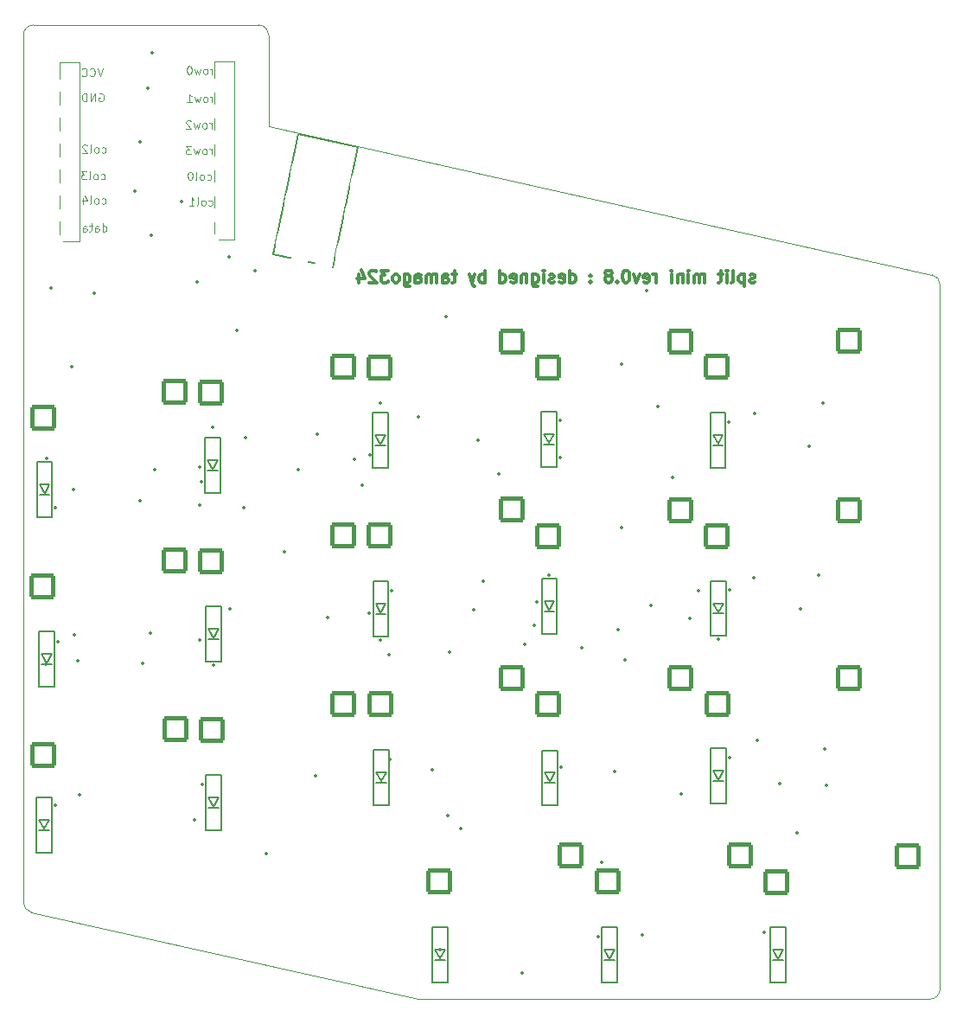
<source format=gbo>
%TF.GenerationSoftware,KiCad,Pcbnew,(6.0.6)*%
%TF.CreationDate,2022-11-27T23:56:06+09:00*%
%TF.ProjectId,split-mini,73706c69-742d-46d6-996e-692e6b696361,rev?*%
%TF.SameCoordinates,Original*%
%TF.FileFunction,Legend,Bot*%
%TF.FilePolarity,Positive*%
%FSLAX46Y46*%
G04 Gerber Fmt 4.6, Leading zero omitted, Abs format (unit mm)*
G04 Created by KiCad (PCBNEW (6.0.6)) date 2022-11-27 23:56:06*
%MOMM*%
%LPD*%
G01*
G04 APERTURE LIST*
G04 Aperture macros list*
%AMRoundRect*
0 Rectangle with rounded corners*
0 $1 Rounding radius*
0 $2 $3 $4 $5 $6 $7 $8 $9 X,Y pos of 4 corners*
0 Add a 4 corners polygon primitive as box body*
4,1,4,$2,$3,$4,$5,$6,$7,$8,$9,$2,$3,0*
0 Add four circle primitives for the rounded corners*
1,1,$1+$1,$2,$3*
1,1,$1+$1,$4,$5*
1,1,$1+$1,$6,$7*
1,1,$1+$1,$8,$9*
0 Add four rect primitives between the rounded corners*
20,1,$1+$1,$2,$3,$4,$5,0*
20,1,$1+$1,$4,$5,$6,$7,0*
20,1,$1+$1,$6,$7,$8,$9,0*
20,1,$1+$1,$8,$9,$2,$3,0*%
%AMHorizOval*
0 Thick line with rounded ends*
0 $1 width*
0 $2 $3 position (X,Y) of the first rounded end (center of the circle)*
0 $4 $5 position (X,Y) of the second rounded end (center of the circle)*
0 Add line between two ends*
20,1,$1,$2,$3,$4,$5,0*
0 Add two circle primitives to create the rounded ends*
1,1,$1,$2,$3*
1,1,$1,$4,$5*%
G04 Aperture macros list end*
%TA.AperFunction,Profile*%
%ADD10C,0.100000*%
%TD*%
%ADD11C,0.300000*%
%ADD12C,0.100000*%
%ADD13C,0.150000*%
%ADD14C,0.120000*%
%ADD15C,1.600000*%
%ADD16C,0.350000*%
%ADD17HorizOval,1.000000X-0.051978X-0.244537X0.051978X0.244537X0*%
%ADD18R,0.950000X1.300000*%
%ADD19C,1.701800*%
%ADD20C,3.987800*%
%ADD21C,3.000000*%
%ADD22RoundRect,0.200000X-1.075000X-1.050000X1.075000X-1.050000X1.075000X1.050000X-1.075000X1.050000X0*%
%ADD23C,5.000000*%
%ADD24C,1.200000*%
%ADD25HorizOval,1.700000X-0.083165X-0.391259X0.083165X0.391259X0*%
G04 APERTURE END LIST*
D10*
X113700000Y-47980000D02*
X48706692Y-33440758D01*
X114481692Y-117888869D02*
X114481692Y-48955880D01*
X25706692Y-23513892D02*
G75*
G03*
X24706692Y-24513869I8J-1000008D01*
G01*
X113481692Y-118888892D02*
G75*
G03*
X114481692Y-117888869I8J999992D01*
G01*
X114481737Y-48955880D02*
G75*
G03*
X113700000Y-47980000I-1000137J-120D01*
G01*
X63592178Y-118888869D02*
X113481692Y-118888869D01*
X25488384Y-110389626D02*
X63373870Y-118864748D01*
X63373868Y-118864755D02*
G75*
G03*
X63592178Y-118888869I218232J975455D01*
G01*
X24706692Y-24513869D02*
X24706692Y-109413746D01*
X24706653Y-109413746D02*
G75*
G03*
X25488384Y-110389626I1000047J46D01*
G01*
X47706692Y-23513869D02*
X25706692Y-23513869D01*
X48706731Y-24513869D02*
G75*
G03*
X47706692Y-23513869I-1000031J-31D01*
G01*
X48706692Y-24513869D02*
X48706692Y-33440758D01*
D11*
X96347142Y-48685714D02*
X96232857Y-48742857D01*
X96004285Y-48742857D01*
X95890000Y-48685714D01*
X95832857Y-48571428D01*
X95832857Y-48514285D01*
X95890000Y-48400000D01*
X96004285Y-48342857D01*
X96175714Y-48342857D01*
X96290000Y-48285714D01*
X96347142Y-48171428D01*
X96347142Y-48114285D01*
X96290000Y-48000000D01*
X96175714Y-47942857D01*
X96004285Y-47942857D01*
X95890000Y-48000000D01*
X95318571Y-47942857D02*
X95318571Y-49142857D01*
X95318571Y-48000000D02*
X95204285Y-47942857D01*
X94975714Y-47942857D01*
X94861428Y-48000000D01*
X94804285Y-48057142D01*
X94747142Y-48171428D01*
X94747142Y-48514285D01*
X94804285Y-48628571D01*
X94861428Y-48685714D01*
X94975714Y-48742857D01*
X95204285Y-48742857D01*
X95318571Y-48685714D01*
X94061428Y-48742857D02*
X94175714Y-48685714D01*
X94232857Y-48571428D01*
X94232857Y-47542857D01*
X93604285Y-48742857D02*
X93604285Y-47942857D01*
X93604285Y-47542857D02*
X93661428Y-47600000D01*
X93604285Y-47657142D01*
X93547142Y-47600000D01*
X93604285Y-47542857D01*
X93604285Y-47657142D01*
X93204285Y-47942857D02*
X92747142Y-47942857D01*
X93032857Y-47542857D02*
X93032857Y-48571428D01*
X92975714Y-48685714D01*
X92861428Y-48742857D01*
X92747142Y-48742857D01*
X91432857Y-48742857D02*
X91432857Y-47942857D01*
X91432857Y-48057142D02*
X91375714Y-48000000D01*
X91261428Y-47942857D01*
X91090000Y-47942857D01*
X90975714Y-48000000D01*
X90918571Y-48114285D01*
X90918571Y-48742857D01*
X90918571Y-48114285D02*
X90861428Y-48000000D01*
X90747142Y-47942857D01*
X90575714Y-47942857D01*
X90461428Y-48000000D01*
X90404285Y-48114285D01*
X90404285Y-48742857D01*
X89832857Y-48742857D02*
X89832857Y-47942857D01*
X89832857Y-47542857D02*
X89890000Y-47600000D01*
X89832857Y-47657142D01*
X89775714Y-47600000D01*
X89832857Y-47542857D01*
X89832857Y-47657142D01*
X89261428Y-47942857D02*
X89261428Y-48742857D01*
X89261428Y-48057142D02*
X89204285Y-48000000D01*
X89090000Y-47942857D01*
X88918571Y-47942857D01*
X88804285Y-48000000D01*
X88747142Y-48114285D01*
X88747142Y-48742857D01*
X88175714Y-48742857D02*
X88175714Y-47942857D01*
X88175714Y-47542857D02*
X88232857Y-47600000D01*
X88175714Y-47657142D01*
X88118571Y-47600000D01*
X88175714Y-47542857D01*
X88175714Y-47657142D01*
X86690000Y-48742857D02*
X86690000Y-47942857D01*
X86690000Y-48171428D02*
X86632857Y-48057142D01*
X86575714Y-48000000D01*
X86461428Y-47942857D01*
X86347142Y-47942857D01*
X85490000Y-48685714D02*
X85604285Y-48742857D01*
X85832857Y-48742857D01*
X85947142Y-48685714D01*
X86004285Y-48571428D01*
X86004285Y-48114285D01*
X85947142Y-48000000D01*
X85832857Y-47942857D01*
X85604285Y-47942857D01*
X85490000Y-48000000D01*
X85432857Y-48114285D01*
X85432857Y-48228571D01*
X86004285Y-48342857D01*
X85032857Y-47942857D02*
X84747142Y-48742857D01*
X84461428Y-47942857D01*
X83775714Y-47542857D02*
X83661428Y-47542857D01*
X83547142Y-47600000D01*
X83490000Y-47657142D01*
X83432857Y-47771428D01*
X83375714Y-48000000D01*
X83375714Y-48285714D01*
X83432857Y-48514285D01*
X83490000Y-48628571D01*
X83547142Y-48685714D01*
X83661428Y-48742857D01*
X83775714Y-48742857D01*
X83890000Y-48685714D01*
X83947142Y-48628571D01*
X84004285Y-48514285D01*
X84061428Y-48285714D01*
X84061428Y-48000000D01*
X84004285Y-47771428D01*
X83947142Y-47657142D01*
X83890000Y-47600000D01*
X83775714Y-47542857D01*
X82861428Y-48628571D02*
X82804285Y-48685714D01*
X82861428Y-48742857D01*
X82918571Y-48685714D01*
X82861428Y-48628571D01*
X82861428Y-48742857D01*
X82118571Y-48057142D02*
X82232857Y-48000000D01*
X82290000Y-47942857D01*
X82347142Y-47828571D01*
X82347142Y-47771428D01*
X82290000Y-47657142D01*
X82232857Y-47600000D01*
X82118571Y-47542857D01*
X81890000Y-47542857D01*
X81775714Y-47600000D01*
X81718571Y-47657142D01*
X81661428Y-47771428D01*
X81661428Y-47828571D01*
X81718571Y-47942857D01*
X81775714Y-48000000D01*
X81890000Y-48057142D01*
X82118571Y-48057142D01*
X82232857Y-48114285D01*
X82290000Y-48171428D01*
X82347142Y-48285714D01*
X82347142Y-48514285D01*
X82290000Y-48628571D01*
X82232857Y-48685714D01*
X82118571Y-48742857D01*
X81890000Y-48742857D01*
X81775714Y-48685714D01*
X81718571Y-48628571D01*
X81661428Y-48514285D01*
X81661428Y-48285714D01*
X81718571Y-48171428D01*
X81775714Y-48114285D01*
X81890000Y-48057142D01*
X80232857Y-48628571D02*
X80175714Y-48685714D01*
X80232857Y-48742857D01*
X80290000Y-48685714D01*
X80232857Y-48628571D01*
X80232857Y-48742857D01*
X80232857Y-48000000D02*
X80175714Y-48057142D01*
X80232857Y-48114285D01*
X80290000Y-48057142D01*
X80232857Y-48000000D01*
X80232857Y-48114285D01*
X78232857Y-48742857D02*
X78232857Y-47542857D01*
X78232857Y-48685714D02*
X78347142Y-48742857D01*
X78575714Y-48742857D01*
X78690000Y-48685714D01*
X78747142Y-48628571D01*
X78804285Y-48514285D01*
X78804285Y-48171428D01*
X78747142Y-48057142D01*
X78690000Y-48000000D01*
X78575714Y-47942857D01*
X78347142Y-47942857D01*
X78232857Y-48000000D01*
X77204285Y-48685714D02*
X77318571Y-48742857D01*
X77547142Y-48742857D01*
X77661428Y-48685714D01*
X77718571Y-48571428D01*
X77718571Y-48114285D01*
X77661428Y-48000000D01*
X77547142Y-47942857D01*
X77318571Y-47942857D01*
X77204285Y-48000000D01*
X77147142Y-48114285D01*
X77147142Y-48228571D01*
X77718571Y-48342857D01*
X76690000Y-48685714D02*
X76575714Y-48742857D01*
X76347142Y-48742857D01*
X76232857Y-48685714D01*
X76175714Y-48571428D01*
X76175714Y-48514285D01*
X76232857Y-48400000D01*
X76347142Y-48342857D01*
X76518571Y-48342857D01*
X76632857Y-48285714D01*
X76690000Y-48171428D01*
X76690000Y-48114285D01*
X76632857Y-48000000D01*
X76518571Y-47942857D01*
X76347142Y-47942857D01*
X76232857Y-48000000D01*
X75661428Y-48742857D02*
X75661428Y-47942857D01*
X75661428Y-47542857D02*
X75718571Y-47600000D01*
X75661428Y-47657142D01*
X75604285Y-47600000D01*
X75661428Y-47542857D01*
X75661428Y-47657142D01*
X74575714Y-47942857D02*
X74575714Y-48914285D01*
X74632857Y-49028571D01*
X74690000Y-49085714D01*
X74804285Y-49142857D01*
X74975714Y-49142857D01*
X75090000Y-49085714D01*
X74575714Y-48685714D02*
X74690000Y-48742857D01*
X74918571Y-48742857D01*
X75032857Y-48685714D01*
X75090000Y-48628571D01*
X75147142Y-48514285D01*
X75147142Y-48171428D01*
X75090000Y-48057142D01*
X75032857Y-48000000D01*
X74918571Y-47942857D01*
X74690000Y-47942857D01*
X74575714Y-48000000D01*
X74004285Y-47942857D02*
X74004285Y-48742857D01*
X74004285Y-48057142D02*
X73947142Y-48000000D01*
X73832857Y-47942857D01*
X73661428Y-47942857D01*
X73547142Y-48000000D01*
X73490000Y-48114285D01*
X73490000Y-48742857D01*
X72461428Y-48685714D02*
X72575714Y-48742857D01*
X72804285Y-48742857D01*
X72918571Y-48685714D01*
X72975714Y-48571428D01*
X72975714Y-48114285D01*
X72918571Y-48000000D01*
X72804285Y-47942857D01*
X72575714Y-47942857D01*
X72461428Y-48000000D01*
X72404285Y-48114285D01*
X72404285Y-48228571D01*
X72975714Y-48342857D01*
X71375714Y-48742857D02*
X71375714Y-47542857D01*
X71375714Y-48685714D02*
X71490000Y-48742857D01*
X71718571Y-48742857D01*
X71832857Y-48685714D01*
X71890000Y-48628571D01*
X71947142Y-48514285D01*
X71947142Y-48171428D01*
X71890000Y-48057142D01*
X71832857Y-48000000D01*
X71718571Y-47942857D01*
X71490000Y-47942857D01*
X71375714Y-48000000D01*
X69890000Y-48742857D02*
X69890000Y-47542857D01*
X69890000Y-48000000D02*
X69775714Y-47942857D01*
X69547142Y-47942857D01*
X69432857Y-48000000D01*
X69375714Y-48057142D01*
X69318571Y-48171428D01*
X69318571Y-48514285D01*
X69375714Y-48628571D01*
X69432857Y-48685714D01*
X69547142Y-48742857D01*
X69775714Y-48742857D01*
X69890000Y-48685714D01*
X68918571Y-47942857D02*
X68632857Y-48742857D01*
X68347142Y-47942857D02*
X68632857Y-48742857D01*
X68747142Y-49028571D01*
X68804285Y-49085714D01*
X68918571Y-49142857D01*
X67147142Y-47942857D02*
X66690000Y-47942857D01*
X66975714Y-47542857D02*
X66975714Y-48571428D01*
X66918571Y-48685714D01*
X66804285Y-48742857D01*
X66690000Y-48742857D01*
X65775714Y-48742857D02*
X65775714Y-48114285D01*
X65832857Y-48000000D01*
X65947142Y-47942857D01*
X66175714Y-47942857D01*
X66290000Y-48000000D01*
X65775714Y-48685714D02*
X65890000Y-48742857D01*
X66175714Y-48742857D01*
X66290000Y-48685714D01*
X66347142Y-48571428D01*
X66347142Y-48457142D01*
X66290000Y-48342857D01*
X66175714Y-48285714D01*
X65890000Y-48285714D01*
X65775714Y-48228571D01*
X65204285Y-48742857D02*
X65204285Y-47942857D01*
X65204285Y-48057142D02*
X65147142Y-48000000D01*
X65032857Y-47942857D01*
X64861428Y-47942857D01*
X64747142Y-48000000D01*
X64690000Y-48114285D01*
X64690000Y-48742857D01*
X64690000Y-48114285D02*
X64632857Y-48000000D01*
X64518571Y-47942857D01*
X64347142Y-47942857D01*
X64232857Y-48000000D01*
X64175714Y-48114285D01*
X64175714Y-48742857D01*
X63090000Y-48742857D02*
X63090000Y-48114285D01*
X63147142Y-48000000D01*
X63261428Y-47942857D01*
X63490000Y-47942857D01*
X63604285Y-48000000D01*
X63090000Y-48685714D02*
X63204285Y-48742857D01*
X63490000Y-48742857D01*
X63604285Y-48685714D01*
X63661428Y-48571428D01*
X63661428Y-48457142D01*
X63604285Y-48342857D01*
X63490000Y-48285714D01*
X63204285Y-48285714D01*
X63090000Y-48228571D01*
X62004285Y-47942857D02*
X62004285Y-48914285D01*
X62061428Y-49028571D01*
X62118571Y-49085714D01*
X62232857Y-49142857D01*
X62404285Y-49142857D01*
X62518571Y-49085714D01*
X62004285Y-48685714D02*
X62118571Y-48742857D01*
X62347142Y-48742857D01*
X62461428Y-48685714D01*
X62518571Y-48628571D01*
X62575714Y-48514285D01*
X62575714Y-48171428D01*
X62518571Y-48057142D01*
X62461428Y-48000000D01*
X62347142Y-47942857D01*
X62118571Y-47942857D01*
X62004285Y-48000000D01*
X61261428Y-48742857D02*
X61375714Y-48685714D01*
X61432857Y-48628571D01*
X61490000Y-48514285D01*
X61490000Y-48171428D01*
X61432857Y-48057142D01*
X61375714Y-48000000D01*
X61261428Y-47942857D01*
X61090000Y-47942857D01*
X60975714Y-48000000D01*
X60918571Y-48057142D01*
X60861428Y-48171428D01*
X60861428Y-48514285D01*
X60918571Y-48628571D01*
X60975714Y-48685714D01*
X61090000Y-48742857D01*
X61261428Y-48742857D01*
X60461428Y-47542857D02*
X59718571Y-47542857D01*
X60118571Y-48000000D01*
X59947142Y-48000000D01*
X59832857Y-48057142D01*
X59775714Y-48114285D01*
X59718571Y-48228571D01*
X59718571Y-48514285D01*
X59775714Y-48628571D01*
X59832857Y-48685714D01*
X59947142Y-48742857D01*
X60290000Y-48742857D01*
X60404285Y-48685714D01*
X60461428Y-48628571D01*
X59261428Y-47657142D02*
X59204285Y-47600000D01*
X59090000Y-47542857D01*
X58804285Y-47542857D01*
X58690000Y-47600000D01*
X58632857Y-47657142D01*
X58575714Y-47771428D01*
X58575714Y-47885714D01*
X58632857Y-48057142D01*
X59318571Y-48742857D01*
X58575714Y-48742857D01*
X57547142Y-47942857D02*
X57547142Y-48742857D01*
X57832857Y-47485714D02*
X58118571Y-48342857D01*
X57375714Y-48342857D01*
D12*
%TO.C,U1*%
X43189047Y-31076904D02*
X43189047Y-30543571D01*
X43189047Y-30695952D02*
X43150952Y-30619761D01*
X43112857Y-30581666D01*
X43036666Y-30543571D01*
X42960476Y-30543571D01*
X42579523Y-31076904D02*
X42655714Y-31038809D01*
X42693809Y-31000714D01*
X42731904Y-30924523D01*
X42731904Y-30695952D01*
X42693809Y-30619761D01*
X42655714Y-30581666D01*
X42579523Y-30543571D01*
X42465238Y-30543571D01*
X42389047Y-30581666D01*
X42350952Y-30619761D01*
X42312857Y-30695952D01*
X42312857Y-30924523D01*
X42350952Y-31000714D01*
X42389047Y-31038809D01*
X42465238Y-31076904D01*
X42579523Y-31076904D01*
X42046190Y-30543571D02*
X41893809Y-31076904D01*
X41741428Y-30695952D01*
X41589047Y-31076904D01*
X41436666Y-30543571D01*
X40712857Y-31076904D02*
X41170000Y-31076904D01*
X40941428Y-31076904D02*
X40941428Y-30276904D01*
X41017619Y-30391190D01*
X41093809Y-30467380D01*
X41170000Y-30505476D01*
X32301904Y-38608809D02*
X32378095Y-38646904D01*
X32530476Y-38646904D01*
X32606666Y-38608809D01*
X32644761Y-38570714D01*
X32682857Y-38494523D01*
X32682857Y-38265952D01*
X32644761Y-38189761D01*
X32606666Y-38151666D01*
X32530476Y-38113571D01*
X32378095Y-38113571D01*
X32301904Y-38151666D01*
X31844761Y-38646904D02*
X31920952Y-38608809D01*
X31959047Y-38570714D01*
X31997142Y-38494523D01*
X31997142Y-38265952D01*
X31959047Y-38189761D01*
X31920952Y-38151666D01*
X31844761Y-38113571D01*
X31730476Y-38113571D01*
X31654285Y-38151666D01*
X31616190Y-38189761D01*
X31578095Y-38265952D01*
X31578095Y-38494523D01*
X31616190Y-38570714D01*
X31654285Y-38608809D01*
X31730476Y-38646904D01*
X31844761Y-38646904D01*
X31120952Y-38646904D02*
X31197142Y-38608809D01*
X31235238Y-38532619D01*
X31235238Y-37846904D01*
X30892380Y-37846904D02*
X30397142Y-37846904D01*
X30663809Y-38151666D01*
X30549523Y-38151666D01*
X30473333Y-38189761D01*
X30435238Y-38227857D01*
X30397142Y-38304047D01*
X30397142Y-38494523D01*
X30435238Y-38570714D01*
X30473333Y-38608809D01*
X30549523Y-38646904D01*
X30778095Y-38646904D01*
X30854285Y-38608809D01*
X30892380Y-38570714D01*
X32381904Y-40988809D02*
X32458095Y-41026904D01*
X32610476Y-41026904D01*
X32686666Y-40988809D01*
X32724761Y-40950714D01*
X32762857Y-40874523D01*
X32762857Y-40645952D01*
X32724761Y-40569761D01*
X32686666Y-40531666D01*
X32610476Y-40493571D01*
X32458095Y-40493571D01*
X32381904Y-40531666D01*
X31924761Y-41026904D02*
X32000952Y-40988809D01*
X32039047Y-40950714D01*
X32077142Y-40874523D01*
X32077142Y-40645952D01*
X32039047Y-40569761D01*
X32000952Y-40531666D01*
X31924761Y-40493571D01*
X31810476Y-40493571D01*
X31734285Y-40531666D01*
X31696190Y-40569761D01*
X31658095Y-40645952D01*
X31658095Y-40874523D01*
X31696190Y-40950714D01*
X31734285Y-40988809D01*
X31810476Y-41026904D01*
X31924761Y-41026904D01*
X31200952Y-41026904D02*
X31277142Y-40988809D01*
X31315238Y-40912619D01*
X31315238Y-40226904D01*
X30553333Y-40493571D02*
X30553333Y-41026904D01*
X30743809Y-40188809D02*
X30934285Y-40760238D01*
X30439047Y-40760238D01*
X43189047Y-28346904D02*
X43189047Y-27813571D01*
X43189047Y-27965952D02*
X43150952Y-27889761D01*
X43112857Y-27851666D01*
X43036666Y-27813571D01*
X42960476Y-27813571D01*
X42579523Y-28346904D02*
X42655714Y-28308809D01*
X42693809Y-28270714D01*
X42731904Y-28194523D01*
X42731904Y-27965952D01*
X42693809Y-27889761D01*
X42655714Y-27851666D01*
X42579523Y-27813571D01*
X42465238Y-27813571D01*
X42389047Y-27851666D01*
X42350952Y-27889761D01*
X42312857Y-27965952D01*
X42312857Y-28194523D01*
X42350952Y-28270714D01*
X42389047Y-28308809D01*
X42465238Y-28346904D01*
X42579523Y-28346904D01*
X42046190Y-27813571D02*
X41893809Y-28346904D01*
X41741428Y-27965952D01*
X41589047Y-28346904D01*
X41436666Y-27813571D01*
X40979523Y-27546904D02*
X40903333Y-27546904D01*
X40827142Y-27585000D01*
X40789047Y-27623095D01*
X40750952Y-27699285D01*
X40712857Y-27851666D01*
X40712857Y-28042142D01*
X40750952Y-28194523D01*
X40789047Y-28270714D01*
X40827142Y-28308809D01*
X40903333Y-28346904D01*
X40979523Y-28346904D01*
X41055714Y-28308809D01*
X41093809Y-28270714D01*
X41131904Y-28194523D01*
X41170000Y-28042142D01*
X41170000Y-27851666D01*
X41131904Y-27699285D01*
X41093809Y-27623095D01*
X41055714Y-27585000D01*
X40979523Y-27546904D01*
X32371904Y-35998809D02*
X32448095Y-36036904D01*
X32600476Y-36036904D01*
X32676666Y-35998809D01*
X32714761Y-35960714D01*
X32752857Y-35884523D01*
X32752857Y-35655952D01*
X32714761Y-35579761D01*
X32676666Y-35541666D01*
X32600476Y-35503571D01*
X32448095Y-35503571D01*
X32371904Y-35541666D01*
X31914761Y-36036904D02*
X31990952Y-35998809D01*
X32029047Y-35960714D01*
X32067142Y-35884523D01*
X32067142Y-35655952D01*
X32029047Y-35579761D01*
X31990952Y-35541666D01*
X31914761Y-35503571D01*
X31800476Y-35503571D01*
X31724285Y-35541666D01*
X31686190Y-35579761D01*
X31648095Y-35655952D01*
X31648095Y-35884523D01*
X31686190Y-35960714D01*
X31724285Y-35998809D01*
X31800476Y-36036904D01*
X31914761Y-36036904D01*
X31190952Y-36036904D02*
X31267142Y-35998809D01*
X31305238Y-35922619D01*
X31305238Y-35236904D01*
X30924285Y-35313095D02*
X30886190Y-35275000D01*
X30810000Y-35236904D01*
X30619523Y-35236904D01*
X30543333Y-35275000D01*
X30505238Y-35313095D01*
X30467142Y-35389285D01*
X30467142Y-35465476D01*
X30505238Y-35579761D01*
X30962380Y-36036904D01*
X30467142Y-36036904D01*
X32119523Y-30245000D02*
X32195714Y-30206904D01*
X32310000Y-30206904D01*
X32424285Y-30245000D01*
X32500476Y-30321190D01*
X32538571Y-30397380D01*
X32576666Y-30549761D01*
X32576666Y-30664047D01*
X32538571Y-30816428D01*
X32500476Y-30892619D01*
X32424285Y-30968809D01*
X32310000Y-31006904D01*
X32233809Y-31006904D01*
X32119523Y-30968809D01*
X32081428Y-30930714D01*
X32081428Y-30664047D01*
X32233809Y-30664047D01*
X31738571Y-31006904D02*
X31738571Y-30206904D01*
X31281428Y-31006904D01*
X31281428Y-30206904D01*
X30900476Y-31006904D02*
X30900476Y-30206904D01*
X30710000Y-30206904D01*
X30595714Y-30245000D01*
X30519523Y-30321190D01*
X30481428Y-30397380D01*
X30443333Y-30549761D01*
X30443333Y-30664047D01*
X30481428Y-30816428D01*
X30519523Y-30892619D01*
X30595714Y-30968809D01*
X30710000Y-31006904D01*
X30900476Y-31006904D01*
X43129047Y-33656904D02*
X43129047Y-33123571D01*
X43129047Y-33275952D02*
X43090952Y-33199761D01*
X43052857Y-33161666D01*
X42976666Y-33123571D01*
X42900476Y-33123571D01*
X42519523Y-33656904D02*
X42595714Y-33618809D01*
X42633809Y-33580714D01*
X42671904Y-33504523D01*
X42671904Y-33275952D01*
X42633809Y-33199761D01*
X42595714Y-33161666D01*
X42519523Y-33123571D01*
X42405238Y-33123571D01*
X42329047Y-33161666D01*
X42290952Y-33199761D01*
X42252857Y-33275952D01*
X42252857Y-33504523D01*
X42290952Y-33580714D01*
X42329047Y-33618809D01*
X42405238Y-33656904D01*
X42519523Y-33656904D01*
X41986190Y-33123571D02*
X41833809Y-33656904D01*
X41681428Y-33275952D01*
X41529047Y-33656904D01*
X41376666Y-33123571D01*
X41110000Y-32933095D02*
X41071904Y-32895000D01*
X40995714Y-32856904D01*
X40805238Y-32856904D01*
X40729047Y-32895000D01*
X40690952Y-32933095D01*
X40652857Y-33009285D01*
X40652857Y-33085476D01*
X40690952Y-33199761D01*
X41148095Y-33656904D01*
X40652857Y-33656904D01*
X42851904Y-41178809D02*
X42928095Y-41216904D01*
X43080476Y-41216904D01*
X43156666Y-41178809D01*
X43194761Y-41140714D01*
X43232857Y-41064523D01*
X43232857Y-40835952D01*
X43194761Y-40759761D01*
X43156666Y-40721666D01*
X43080476Y-40683571D01*
X42928095Y-40683571D01*
X42851904Y-40721666D01*
X42394761Y-41216904D02*
X42470952Y-41178809D01*
X42509047Y-41140714D01*
X42547142Y-41064523D01*
X42547142Y-40835952D01*
X42509047Y-40759761D01*
X42470952Y-40721666D01*
X42394761Y-40683571D01*
X42280476Y-40683571D01*
X42204285Y-40721666D01*
X42166190Y-40759761D01*
X42128095Y-40835952D01*
X42128095Y-41064523D01*
X42166190Y-41140714D01*
X42204285Y-41178809D01*
X42280476Y-41216904D01*
X42394761Y-41216904D01*
X41670952Y-41216904D02*
X41747142Y-41178809D01*
X41785238Y-41102619D01*
X41785238Y-40416904D01*
X40947142Y-41216904D02*
X41404285Y-41216904D01*
X41175714Y-41216904D02*
X41175714Y-40416904D01*
X41251904Y-40531190D01*
X41328095Y-40607380D01*
X41404285Y-40645476D01*
X43129047Y-36186904D02*
X43129047Y-35653571D01*
X43129047Y-35805952D02*
X43090952Y-35729761D01*
X43052857Y-35691666D01*
X42976666Y-35653571D01*
X42900476Y-35653571D01*
X42519523Y-36186904D02*
X42595714Y-36148809D01*
X42633809Y-36110714D01*
X42671904Y-36034523D01*
X42671904Y-35805952D01*
X42633809Y-35729761D01*
X42595714Y-35691666D01*
X42519523Y-35653571D01*
X42405238Y-35653571D01*
X42329047Y-35691666D01*
X42290952Y-35729761D01*
X42252857Y-35805952D01*
X42252857Y-36034523D01*
X42290952Y-36110714D01*
X42329047Y-36148809D01*
X42405238Y-36186904D01*
X42519523Y-36186904D01*
X41986190Y-35653571D02*
X41833809Y-36186904D01*
X41681428Y-35805952D01*
X41529047Y-36186904D01*
X41376666Y-35653571D01*
X41148095Y-35386904D02*
X40652857Y-35386904D01*
X40919523Y-35691666D01*
X40805238Y-35691666D01*
X40729047Y-35729761D01*
X40690952Y-35767857D01*
X40652857Y-35844047D01*
X40652857Y-36034523D01*
X40690952Y-36110714D01*
X40729047Y-36148809D01*
X40805238Y-36186904D01*
X41033809Y-36186904D01*
X41110000Y-36148809D01*
X41148095Y-36110714D01*
X42711904Y-38658809D02*
X42788095Y-38696904D01*
X42940476Y-38696904D01*
X43016666Y-38658809D01*
X43054761Y-38620714D01*
X43092857Y-38544523D01*
X43092857Y-38315952D01*
X43054761Y-38239761D01*
X43016666Y-38201666D01*
X42940476Y-38163571D01*
X42788095Y-38163571D01*
X42711904Y-38201666D01*
X42254761Y-38696904D02*
X42330952Y-38658809D01*
X42369047Y-38620714D01*
X42407142Y-38544523D01*
X42407142Y-38315952D01*
X42369047Y-38239761D01*
X42330952Y-38201666D01*
X42254761Y-38163571D01*
X42140476Y-38163571D01*
X42064285Y-38201666D01*
X42026190Y-38239761D01*
X41988095Y-38315952D01*
X41988095Y-38544523D01*
X42026190Y-38620714D01*
X42064285Y-38658809D01*
X42140476Y-38696904D01*
X42254761Y-38696904D01*
X41530952Y-38696904D02*
X41607142Y-38658809D01*
X41645238Y-38582619D01*
X41645238Y-37896904D01*
X41073809Y-37896904D02*
X40997619Y-37896904D01*
X40921428Y-37935000D01*
X40883333Y-37973095D01*
X40845238Y-38049285D01*
X40807142Y-38201666D01*
X40807142Y-38392142D01*
X40845238Y-38544523D01*
X40883333Y-38620714D01*
X40921428Y-38658809D01*
X40997619Y-38696904D01*
X41073809Y-38696904D01*
X41150000Y-38658809D01*
X41188095Y-38620714D01*
X41226190Y-38544523D01*
X41264285Y-38392142D01*
X41264285Y-38201666D01*
X41226190Y-38049285D01*
X41188095Y-37973095D01*
X41150000Y-37935000D01*
X41073809Y-37896904D01*
X32460952Y-43746904D02*
X32460952Y-42946904D01*
X32460952Y-43708809D02*
X32537142Y-43746904D01*
X32689523Y-43746904D01*
X32765714Y-43708809D01*
X32803809Y-43670714D01*
X32841904Y-43594523D01*
X32841904Y-43365952D01*
X32803809Y-43289761D01*
X32765714Y-43251666D01*
X32689523Y-43213571D01*
X32537142Y-43213571D01*
X32460952Y-43251666D01*
X31737142Y-43746904D02*
X31737142Y-43327857D01*
X31775238Y-43251666D01*
X31851428Y-43213571D01*
X32003809Y-43213571D01*
X32080000Y-43251666D01*
X31737142Y-43708809D02*
X31813333Y-43746904D01*
X32003809Y-43746904D01*
X32080000Y-43708809D01*
X32118095Y-43632619D01*
X32118095Y-43556428D01*
X32080000Y-43480238D01*
X32003809Y-43442142D01*
X31813333Y-43442142D01*
X31737142Y-43404047D01*
X31470476Y-43213571D02*
X31165714Y-43213571D01*
X31356190Y-42946904D02*
X31356190Y-43632619D01*
X31318095Y-43708809D01*
X31241904Y-43746904D01*
X31165714Y-43746904D01*
X30556190Y-43746904D02*
X30556190Y-43327857D01*
X30594285Y-43251666D01*
X30670476Y-43213571D01*
X30822857Y-43213571D01*
X30899047Y-43251666D01*
X30556190Y-43708809D02*
X30632380Y-43746904D01*
X30822857Y-43746904D01*
X30899047Y-43708809D01*
X30937142Y-43632619D01*
X30937142Y-43556428D01*
X30899047Y-43480238D01*
X30822857Y-43442142D01*
X30632380Y-43442142D01*
X30556190Y-43404047D01*
X32476666Y-27756904D02*
X32210000Y-28556904D01*
X31943333Y-27756904D01*
X31219523Y-28480714D02*
X31257619Y-28518809D01*
X31371904Y-28556904D01*
X31448095Y-28556904D01*
X31562380Y-28518809D01*
X31638571Y-28442619D01*
X31676666Y-28366428D01*
X31714761Y-28214047D01*
X31714761Y-28099761D01*
X31676666Y-27947380D01*
X31638571Y-27871190D01*
X31562380Y-27795000D01*
X31448095Y-27756904D01*
X31371904Y-27756904D01*
X31257619Y-27795000D01*
X31219523Y-27833095D01*
X30419523Y-28480714D02*
X30457619Y-28518809D01*
X30571904Y-28556904D01*
X30648095Y-28556904D01*
X30762380Y-28518809D01*
X30838571Y-28442619D01*
X30876666Y-28366428D01*
X30914761Y-28214047D01*
X30914761Y-28099761D01*
X30876666Y-27947380D01*
X30838571Y-27871190D01*
X30762380Y-27795000D01*
X30648095Y-27756904D01*
X30571904Y-27756904D01*
X30457619Y-27795000D01*
X30419523Y-27833095D01*
D13*
%TO.C,D7*%
X43810000Y-82640000D02*
X43310000Y-83540000D01*
X44060000Y-80440000D02*
X42560000Y-80440000D01*
X42560000Y-85840000D02*
X44060000Y-85840000D01*
X42810000Y-83640000D02*
X43810000Y-83640000D01*
X42560000Y-80440000D02*
X42560000Y-85840000D01*
X42810000Y-82640000D02*
X43810000Y-82640000D01*
X44060000Y-85840000D02*
X44060000Y-80440000D01*
X43310000Y-83540000D02*
X42810000Y-82640000D01*
%TO.C,D6*%
X26460000Y-86080000D02*
X27460000Y-86080000D01*
X27710000Y-88280000D02*
X27710000Y-82880000D01*
X26960000Y-85980000D02*
X26460000Y-85080000D01*
X26210000Y-88280000D02*
X27710000Y-88280000D01*
X27710000Y-82880000D02*
X26210000Y-82880000D01*
X26460000Y-85080000D02*
X27460000Y-85080000D01*
X27460000Y-85080000D02*
X26960000Y-85980000D01*
X26210000Y-82880000D02*
X26210000Y-88280000D01*
%TO.C,D9*%
X76210000Y-80860000D02*
X75710000Y-79960000D01*
X76960000Y-83160000D02*
X76960000Y-77760000D01*
X75460000Y-83160000D02*
X76960000Y-83160000D01*
X76710000Y-79960000D02*
X76210000Y-80860000D01*
X75710000Y-80960000D02*
X76710000Y-80960000D01*
X75710000Y-79960000D02*
X76710000Y-79960000D01*
X75460000Y-77760000D02*
X75460000Y-83160000D01*
X76960000Y-77760000D02*
X75460000Y-77760000D01*
%TO.C,D16*%
X64750000Y-111830000D02*
X64750000Y-117230000D01*
X66250000Y-117230000D02*
X66250000Y-111830000D01*
X66000000Y-114030000D02*
X65500000Y-114930000D01*
X64750000Y-117230000D02*
X66250000Y-117230000D01*
X65000000Y-114030000D02*
X66000000Y-114030000D01*
X65500000Y-114930000D02*
X65000000Y-114030000D01*
X66250000Y-111830000D02*
X64750000Y-111830000D01*
X65000000Y-115030000D02*
X66000000Y-115030000D01*
%TO.C,D11*%
X25980000Y-99130000D02*
X25980000Y-104530000D01*
X27480000Y-104530000D02*
X27480000Y-99130000D01*
X27480000Y-99130000D02*
X25980000Y-99130000D01*
X25980000Y-104530000D02*
X27480000Y-104530000D01*
X26230000Y-102330000D02*
X27230000Y-102330000D01*
X27230000Y-101330000D02*
X26730000Y-102230000D01*
X26730000Y-102230000D02*
X26230000Y-101330000D01*
X26230000Y-101330000D02*
X27230000Y-101330000D01*
%TO.C,D14*%
X76770000Y-96730000D02*
X76270000Y-97630000D01*
X77020000Y-94530000D02*
X75520000Y-94530000D01*
X75770000Y-97730000D02*
X76770000Y-97730000D01*
X77020000Y-99930000D02*
X77020000Y-94530000D01*
X75520000Y-94530000D02*
X75520000Y-99930000D01*
X76270000Y-97630000D02*
X75770000Y-96730000D01*
X75520000Y-99930000D02*
X77020000Y-99930000D01*
X75770000Y-96730000D02*
X76770000Y-96730000D01*
%TO.C,D17*%
X82830000Y-117240000D02*
X82830000Y-111840000D01*
X81580000Y-115040000D02*
X82580000Y-115040000D01*
X81330000Y-117240000D02*
X82830000Y-117240000D01*
X82580000Y-114040000D02*
X82080000Y-114940000D01*
X81580000Y-114040000D02*
X82580000Y-114040000D01*
X82080000Y-114940000D02*
X81580000Y-114040000D01*
X82830000Y-111840000D02*
X81330000Y-111840000D01*
X81330000Y-111840000D02*
X81330000Y-117240000D01*
%TO.C,D13*%
X60470000Y-99870000D02*
X60470000Y-94470000D01*
X59720000Y-97570000D02*
X59220000Y-96670000D01*
X58970000Y-99870000D02*
X60470000Y-99870000D01*
X59220000Y-96670000D02*
X60220000Y-96670000D01*
X60470000Y-94470000D02*
X58970000Y-94470000D01*
X58970000Y-94470000D02*
X58970000Y-99870000D01*
X60220000Y-96670000D02*
X59720000Y-97570000D01*
X59220000Y-97670000D02*
X60220000Y-97670000D01*
%TO.C,D1*%
X26270000Y-68510000D02*
X27270000Y-68510000D01*
X26270000Y-69510000D02*
X27270000Y-69510000D01*
X27520000Y-71710000D02*
X27520000Y-66310000D01*
X26020000Y-66310000D02*
X26020000Y-71710000D01*
X26020000Y-71710000D02*
X27520000Y-71710000D01*
X27270000Y-68510000D02*
X26770000Y-69410000D01*
X27520000Y-66310000D02*
X26020000Y-66310000D01*
X26770000Y-69410000D02*
X26270000Y-68510000D01*
%TO.C,D18*%
X98080000Y-114060000D02*
X99080000Y-114060000D01*
X97830000Y-117260000D02*
X99330000Y-117260000D01*
X99080000Y-114060000D02*
X98580000Y-114960000D01*
X98580000Y-114960000D02*
X98080000Y-114060000D01*
X98080000Y-115060000D02*
X99080000Y-115060000D01*
X99330000Y-117260000D02*
X99330000Y-111860000D01*
X97830000Y-111860000D02*
X97830000Y-117260000D01*
X99330000Y-111860000D02*
X97830000Y-111860000D01*
%TO.C,D4*%
X75680000Y-63570000D02*
X76680000Y-63570000D01*
X76930000Y-61370000D02*
X75430000Y-61370000D01*
X76180000Y-64470000D02*
X75680000Y-63570000D01*
X76930000Y-66770000D02*
X76930000Y-61370000D01*
X76680000Y-63570000D02*
X76180000Y-64470000D01*
X75430000Y-61370000D02*
X75430000Y-66770000D01*
X75680000Y-64570000D02*
X76680000Y-64570000D01*
X75430000Y-66770000D02*
X76930000Y-66770000D01*
%TO.C,D10*%
X92020000Y-77940000D02*
X92020000Y-83340000D01*
X93270000Y-80140000D02*
X92770000Y-81040000D01*
X93520000Y-77940000D02*
X92020000Y-77940000D01*
X92020000Y-83340000D02*
X93520000Y-83340000D01*
X92770000Y-81040000D02*
X92270000Y-80140000D01*
X92270000Y-81140000D02*
X93270000Y-81140000D01*
X92270000Y-80140000D02*
X93270000Y-80140000D01*
X93520000Y-83340000D02*
X93520000Y-77940000D01*
%TO.C,J1*%
X54990644Y-47230961D02*
X49121759Y-45983491D01*
X51616699Y-34245719D02*
X57485585Y-35493190D01*
X49121759Y-45983491D02*
X51616699Y-34245719D01*
X57485585Y-35493190D02*
X54990644Y-47230961D01*
%TO.C,D3*%
X58940000Y-61460000D02*
X58940000Y-66860000D01*
X59690000Y-64560000D02*
X59190000Y-63660000D01*
X60440000Y-61460000D02*
X58940000Y-61460000D01*
X60440000Y-66860000D02*
X60440000Y-61460000D01*
X59190000Y-63660000D02*
X60190000Y-63660000D01*
X60190000Y-63660000D02*
X59690000Y-64560000D01*
X59190000Y-64660000D02*
X60190000Y-64660000D01*
X58940000Y-66860000D02*
X60440000Y-66860000D01*
D14*
%TO.C,U1*%
X28220000Y-27175000D02*
X30190000Y-27175000D01*
X30190000Y-27175000D02*
X30190000Y-44665000D01*
X30190000Y-44665000D02*
X28220000Y-44665000D01*
X28220000Y-44665000D02*
X28220000Y-27175000D01*
X43400000Y-27065000D02*
X45370000Y-27065000D01*
X45370000Y-27065000D02*
X45370000Y-44555000D01*
X45370000Y-44555000D02*
X43400000Y-44555000D01*
X43400000Y-44555000D02*
X43400000Y-27065000D01*
D13*
%TO.C,D15*%
X92020000Y-99720000D02*
X93520000Y-99720000D01*
X93270000Y-96520000D02*
X92770000Y-97420000D01*
X92770000Y-97420000D02*
X92270000Y-96520000D01*
X93520000Y-99720000D02*
X93520000Y-94320000D01*
X92270000Y-97520000D02*
X93270000Y-97520000D01*
X93520000Y-94320000D02*
X92020000Y-94320000D01*
X92270000Y-96520000D02*
X93270000Y-96520000D01*
X92020000Y-94320000D02*
X92020000Y-99720000D01*
%TO.C,D5*%
X92730000Y-64550000D02*
X92230000Y-63650000D01*
X93480000Y-61450000D02*
X91980000Y-61450000D01*
X93230000Y-63650000D02*
X92730000Y-64550000D01*
X92230000Y-63650000D02*
X93230000Y-63650000D01*
X91980000Y-61450000D02*
X91980000Y-66850000D01*
X91980000Y-66850000D02*
X93480000Y-66850000D01*
X93480000Y-66850000D02*
X93480000Y-61450000D01*
X92230000Y-64650000D02*
X93230000Y-64650000D01*
%TO.C,D8*%
X58950000Y-83400000D02*
X60450000Y-83400000D01*
X59700000Y-81100000D02*
X59200000Y-80200000D01*
X60200000Y-80200000D02*
X59700000Y-81100000D01*
X59200000Y-81200000D02*
X60200000Y-81200000D01*
X60450000Y-78000000D02*
X58950000Y-78000000D01*
X58950000Y-78000000D02*
X58950000Y-83400000D01*
X59200000Y-80200000D02*
X60200000Y-80200000D01*
X60450000Y-83400000D02*
X60450000Y-78000000D01*
%TO.C,D2*%
X42740000Y-66140000D02*
X43740000Y-66140000D01*
X42490000Y-69340000D02*
X43990000Y-69340000D01*
X43990000Y-69340000D02*
X43990000Y-63940000D01*
X43990000Y-63940000D02*
X42490000Y-63940000D01*
X42740000Y-67140000D02*
X43740000Y-67140000D01*
X43240000Y-67040000D02*
X42740000Y-66140000D01*
X42490000Y-63940000D02*
X42490000Y-69340000D01*
X43740000Y-66140000D02*
X43240000Y-67040000D01*
%TO.C,D12*%
X42810000Y-99160000D02*
X43810000Y-99160000D01*
X43310000Y-100060000D02*
X42810000Y-99160000D01*
X42810000Y-100160000D02*
X43810000Y-100160000D01*
X44060000Y-96960000D02*
X42560000Y-96960000D01*
X42560000Y-102360000D02*
X44060000Y-102360000D01*
X44060000Y-102360000D02*
X44060000Y-96960000D01*
X43810000Y-99160000D02*
X43310000Y-100060000D01*
X42560000Y-96960000D02*
X42560000Y-102360000D01*
%TD*%
D15*
%TO.C,U1*%
X29190000Y-30695000D03*
X29190000Y-28155000D03*
%TD*%
D16*
X42161000Y-68242500D03*
X77288900Y-65845000D03*
X27852700Y-70785000D03*
X58608100Y-65653400D03*
X27003900Y-65975900D03*
X43275000Y-62900000D03*
X59690000Y-60494700D03*
X77268600Y-62245400D03*
X93814000Y-62375000D03*
X28062200Y-83905100D03*
X46310000Y-70810000D03*
X44957700Y-80701600D03*
X60777200Y-78907400D03*
X76139100Y-77349000D03*
X93852100Y-78833600D03*
X59700000Y-83726700D03*
X74701400Y-82266600D03*
X26894700Y-86072300D03*
X43310000Y-86230700D03*
X92770000Y-83682800D03*
X27861900Y-99891200D03*
X42226200Y-97885000D03*
X60500000Y-85200000D03*
X60579000Y-95395000D03*
X77373600Y-96196300D03*
X79380000Y-84520000D03*
X93867200Y-95245000D03*
X65500000Y-114024600D03*
X80986400Y-112765000D03*
X97230000Y-112370000D03*
X100450000Y-102630000D03*
X89154700Y-98795000D03*
X41450000Y-101350000D03*
X73506700Y-116315000D03*
X30225000Y-98900000D03*
X101675000Y-64800000D03*
X69250000Y-64150000D03*
X103000000Y-60575000D03*
X53500000Y-63600000D03*
X36100000Y-70100000D03*
X37600000Y-67025000D03*
X29675000Y-83250000D03*
X58561671Y-81067675D03*
X74950000Y-79975000D03*
X64775000Y-96400000D03*
X48475000Y-104625000D03*
X83625000Y-85700000D03*
X103150000Y-94425000D03*
X30025000Y-85725000D03*
X41975000Y-70500000D03*
X71225000Y-67450000D03*
X96350000Y-61525000D03*
X41700000Y-48675000D03*
X46450000Y-63950000D03*
X44850000Y-46200000D03*
X83275000Y-72725000D03*
X53350000Y-97050000D03*
X82625000Y-96625000D03*
X31600000Y-49800000D03*
X29425000Y-56950000D03*
X102575000Y-77350000D03*
X86800000Y-60900000D03*
X51600000Y-67075000D03*
X29625000Y-68975000D03*
X90850000Y-78875000D03*
X88300000Y-67800000D03*
X37125000Y-83025000D03*
X57150000Y-66025000D03*
X37350000Y-26225000D03*
X68826917Y-80745070D03*
X41925000Y-83700000D03*
X86125000Y-80325000D03*
X57925000Y-68550000D03*
X100850000Y-80675000D03*
X35600000Y-39825000D03*
X82975000Y-82725000D03*
X69775000Y-77950000D03*
X36400000Y-86025000D03*
X37225000Y-44150000D03*
X85325000Y-112600000D03*
X47375000Y-47575000D03*
X66100000Y-52075000D03*
X54475000Y-81500000D03*
X63375000Y-61900000D03*
X66275000Y-100950000D03*
X96575000Y-93525000D03*
X83300000Y-56750000D03*
X66425000Y-84950000D03*
X96250000Y-77675000D03*
X50300000Y-75125000D03*
X41975000Y-66800000D03*
X36925000Y-29700000D03*
X36150000Y-34950000D03*
X98775000Y-97800000D03*
X27419600Y-49298700D03*
X40217900Y-40850500D03*
X45581200Y-53413200D03*
X67510000Y-102180000D03*
X73780000Y-84180000D03*
X85750000Y-49523900D03*
X81320700Y-105493000D03*
X89938900Y-81629800D03*
X103350000Y-97920000D03*
X28570000Y-81050000D03*
X33650000Y-81050000D03*
X37460000Y-78600000D03*
X36190000Y-75970000D03*
X29840000Y-78510000D03*
X38730000Y-81050000D03*
X31110000Y-75970000D03*
X29910000Y-94960000D03*
X37530000Y-95050000D03*
X38800000Y-97500000D03*
X31180000Y-92420000D03*
X36260000Y-92420000D03*
X33720000Y-97500000D03*
X28640000Y-97500000D03*
X88290000Y-76090000D03*
X87020000Y-73640000D03*
X83210000Y-76090000D03*
X85750000Y-71010000D03*
X78130000Y-76090000D03*
X80670000Y-71010000D03*
X79400000Y-73550000D03*
X66650000Y-59590000D03*
X61570000Y-59590000D03*
X71730000Y-59590000D03*
X64110000Y-54510000D03*
X69190000Y-54510000D03*
X70460000Y-57140000D03*
X62840000Y-57050000D03*
X104780000Y-59520000D03*
X95890000Y-56980000D03*
X94620000Y-59520000D03*
X99700000Y-59520000D03*
X103510000Y-57070000D03*
X97160000Y-54440000D03*
X102240000Y-54440000D03*
X99710000Y-49060000D03*
X97190000Y-87490000D03*
X102270000Y-87490000D03*
X104810000Y-92570000D03*
X103540000Y-90120000D03*
X99730000Y-92570000D03*
X94650000Y-92570000D03*
X95920000Y-90030000D03*
X47650000Y-73470000D03*
X55270000Y-78550000D03*
X50190000Y-78550000D03*
X46380000Y-76010000D03*
X52730000Y-73470000D03*
X45110000Y-78550000D03*
X54000000Y-76100000D03*
X60480000Y-112870000D03*
X67390000Y-109870000D03*
X72470000Y-109870000D03*
X68660000Y-107330000D03*
X69930000Y-104790000D03*
X77550000Y-109870000D03*
X75010000Y-104790000D03*
X76280000Y-107420000D03*
X33690000Y-108030000D03*
X102950000Y-104860000D03*
X105490000Y-109940000D03*
X110570000Y-109940000D03*
X109300000Y-107490000D03*
X108030000Y-104860000D03*
X101680000Y-107400000D03*
X100410000Y-109940000D03*
X55951032Y-36700521D03*
X54495651Y-43547555D03*
X54239274Y-36336676D03*
X52783892Y-43183709D03*
D17*
X54151894Y-46848211D03*
X51755432Y-46338827D03*
X57630901Y-38897802D03*
X51810923Y-37660727D03*
X57007166Y-41832244D03*
X51187188Y-40595170D03*
X56175520Y-45744835D03*
X50355541Y-44507760D03*
D16*
X69220000Y-70990000D03*
X71760000Y-76070000D03*
X64140000Y-70990000D03*
X62870000Y-73530000D03*
X70490000Y-73620000D03*
X61600000Y-76070000D03*
X66680000Y-76070000D03*
X110200000Y-93560000D03*
X86500000Y-104820000D03*
X92850000Y-107450000D03*
X89040000Y-109900000D03*
X85230000Y-107360000D03*
X83960000Y-109900000D03*
X94120000Y-109900000D03*
X91580000Y-104820000D03*
X27792500Y-29454000D03*
X44425000Y-28155000D03*
X44425000Y-30695000D03*
X27792500Y-31994000D03*
X44425000Y-33235000D03*
X27792500Y-34534000D03*
X27792500Y-37074000D03*
X44425000Y-35775000D03*
X44425000Y-38315000D03*
X27792500Y-39614000D03*
X44425000Y-40855000D03*
X27792500Y-42154000D03*
X44425000Y-43395000D03*
X27792500Y-44694000D03*
X43027500Y-44694000D03*
X29190000Y-43395000D03*
X43027500Y-42154000D03*
X29190000Y-40855000D03*
X29190000Y-38315000D03*
X43027500Y-39614000D03*
X43027500Y-37074000D03*
X29190000Y-35775000D03*
X43027500Y-34534000D03*
X29190000Y-33235000D03*
X29190000Y-30695000D03*
X43027500Y-31994000D03*
X43027500Y-29454000D03*
X29190000Y-28155000D03*
X95900000Y-73540000D03*
X104790000Y-76080000D03*
X102250000Y-71000000D03*
X94630000Y-76080000D03*
X99710000Y-76080000D03*
X103520000Y-73630000D03*
X97170000Y-71000000D03*
X46370000Y-59500000D03*
X52720000Y-56960000D03*
X55260000Y-62040000D03*
X50180000Y-62040000D03*
X45100000Y-62040000D03*
X47640000Y-56960000D03*
X53990000Y-59590000D03*
X66730000Y-92570000D03*
X70540000Y-90120000D03*
X62920000Y-90030000D03*
X71810000Y-92570000D03*
X64190000Y-87490000D03*
X69270000Y-87490000D03*
X61650000Y-92570000D03*
X33730000Y-54530000D03*
X52750000Y-89970000D03*
X54020000Y-92600000D03*
X45130000Y-95050000D03*
X55290000Y-95050000D03*
X50210000Y-95050000D03*
X47670000Y-89970000D03*
X46400000Y-92510000D03*
X85750000Y-87500000D03*
X88290000Y-92580000D03*
X80670000Y-87500000D03*
X78130000Y-92580000D03*
X79400000Y-90040000D03*
X83210000Y-92580000D03*
X87020000Y-90130000D03*
X36250000Y-59470000D03*
X37520000Y-62100000D03*
X33710000Y-64550000D03*
X28630000Y-64550000D03*
X31170000Y-59470000D03*
X29900000Y-62010000D03*
X38790000Y-64550000D03*
X87020000Y-57130000D03*
X80670000Y-54500000D03*
X78130000Y-59580000D03*
X79400000Y-57040000D03*
X83210000Y-59580000D03*
X85750000Y-54500000D03*
X88290000Y-59580000D03*
%LPC*%
D18*
%TO.C,D7*%
X43310000Y-84915000D03*
X43310000Y-81365000D03*
%TD*%
D19*
%TO.C,SW6*%
X28570000Y-81050000D03*
D20*
X33650000Y-81050000D03*
D21*
X37460000Y-78600000D03*
X36190000Y-75970000D03*
X29840000Y-78510000D03*
D19*
X38730000Y-81050000D03*
D21*
X31110000Y-75970000D03*
D22*
X26565000Y-78510000D03*
X39492000Y-75970000D03*
%TD*%
D21*
%TO.C,SW11*%
X29910000Y-94960000D03*
X37530000Y-95050000D03*
D19*
X38800000Y-97500000D03*
D21*
X31180000Y-92420000D03*
X36260000Y-92420000D03*
D20*
X33720000Y-97500000D03*
D19*
X28640000Y-97500000D03*
D22*
X26635000Y-94960000D03*
X39562000Y-92420000D03*
%TD*%
D18*
%TO.C,D6*%
X26960000Y-87355000D03*
X26960000Y-83805000D03*
%TD*%
D19*
%TO.C,SW9*%
X88290000Y-76090000D03*
D21*
X87020000Y-73640000D03*
D20*
X83210000Y-76090000D03*
D21*
X85750000Y-71010000D03*
D19*
X78130000Y-76090000D03*
D21*
X80670000Y-71010000D03*
X79400000Y-73550000D03*
D22*
X76125000Y-73550000D03*
X89052000Y-71010000D03*
%TD*%
D20*
%TO.C,SW3*%
X66650000Y-59590000D03*
D19*
X61570000Y-59590000D03*
X71730000Y-59590000D03*
D21*
X64110000Y-54510000D03*
X69190000Y-54510000D03*
X70460000Y-57140000D03*
X62840000Y-57050000D03*
D22*
X59565000Y-57050000D03*
X72492000Y-54510000D03*
%TD*%
D18*
%TO.C,D9*%
X76210000Y-82235000D03*
X76210000Y-78685000D03*
%TD*%
%TO.C,D16*%
X65500000Y-116305000D03*
X65500000Y-112755000D03*
%TD*%
%TO.C,D11*%
X26730000Y-103605000D03*
X26730000Y-100055000D03*
%TD*%
%TO.C,D14*%
X76270000Y-99005000D03*
X76270000Y-95455000D03*
%TD*%
%TO.C,D17*%
X82080000Y-116315000D03*
X82080000Y-112765000D03*
%TD*%
D19*
%TO.C,SW5*%
X104780000Y-59520000D03*
D21*
X95890000Y-56980000D03*
D19*
X94620000Y-59520000D03*
D20*
X99700000Y-59520000D03*
D21*
X103510000Y-57070000D03*
X97160000Y-54440000D03*
X102240000Y-54440000D03*
D22*
X92615000Y-56980000D03*
X105542000Y-54440000D03*
%TD*%
D23*
%TO.C,HOLE3*%
X99710000Y-49060000D03*
%TD*%
D21*
%TO.C,SW15*%
X97190000Y-87490000D03*
X102270000Y-87490000D03*
D19*
X104810000Y-92570000D03*
D21*
X103540000Y-90120000D03*
D20*
X99730000Y-92570000D03*
D19*
X94650000Y-92570000D03*
D21*
X95920000Y-90030000D03*
D22*
X92645000Y-90030000D03*
X105572000Y-87490000D03*
%TD*%
D18*
%TO.C,D13*%
X59720000Y-98945000D03*
X59720000Y-95395000D03*
%TD*%
D21*
%TO.C,SW7*%
X47650000Y-73470000D03*
D19*
X55270000Y-78550000D03*
D20*
X50190000Y-78550000D03*
D21*
X46380000Y-76010000D03*
X52730000Y-73470000D03*
D19*
X45110000Y-78550000D03*
D21*
X54000000Y-76100000D03*
D22*
X43105000Y-76010000D03*
X56032000Y-73470000D03*
%TD*%
D18*
%TO.C,D1*%
X26770000Y-70785000D03*
X26770000Y-67235000D03*
%TD*%
D23*
%TO.C,HOLE5*%
X60480000Y-112870000D03*
%TD*%
D19*
%TO.C,SW16*%
X67390000Y-109870000D03*
D20*
X72470000Y-109870000D03*
D21*
X68660000Y-107330000D03*
X69930000Y-104790000D03*
D19*
X77550000Y-109870000D03*
D21*
X75010000Y-104790000D03*
X76280000Y-107420000D03*
D22*
X65385000Y-107330000D03*
X78312000Y-104790000D03*
%TD*%
D18*
%TO.C,D18*%
X98580000Y-116335000D03*
X98580000Y-112785000D03*
%TD*%
D23*
%TO.C,HOLE4*%
X33690000Y-108030000D03*
%TD*%
D18*
%TO.C,D4*%
X76180000Y-65845000D03*
X76180000Y-62295000D03*
%TD*%
%TO.C,D10*%
X92770000Y-82415000D03*
X92770000Y-78865000D03*
%TD*%
D21*
%TO.C,SW18*%
X102950000Y-104860000D03*
D20*
X105490000Y-109940000D03*
D19*
X110570000Y-109940000D03*
D21*
X109300000Y-107490000D03*
X108030000Y-104860000D03*
X101680000Y-107400000D03*
D19*
X100410000Y-109940000D03*
D22*
X98405000Y-107400000D03*
X111332000Y-104860000D03*
%TD*%
D24*
%TO.C,J1*%
X55951032Y-36700521D03*
X54495651Y-43547555D03*
X54239274Y-36336676D03*
X52783892Y-43183709D03*
D25*
X54151894Y-46848211D03*
X51755432Y-46338827D03*
X57630901Y-38897802D03*
X51810923Y-37660727D03*
X57007166Y-41832244D03*
X51187188Y-40595170D03*
X56175520Y-45744835D03*
X50355541Y-44507760D03*
%TD*%
D18*
%TO.C,D3*%
X59690000Y-65935000D03*
X59690000Y-62385000D03*
%TD*%
D21*
%TO.C,SW8*%
X69220000Y-70990000D03*
D19*
X71760000Y-76070000D03*
D21*
X64140000Y-70990000D03*
X62870000Y-73530000D03*
X70490000Y-73620000D03*
D19*
X61600000Y-76070000D03*
D20*
X66680000Y-76070000D03*
D22*
X59595000Y-73530000D03*
X72522000Y-70990000D03*
%TD*%
D23*
%TO.C,HOLE2*%
X110200000Y-93560000D03*
%TD*%
D21*
%TO.C,SW17*%
X86500000Y-104820000D03*
X92850000Y-107450000D03*
D20*
X89040000Y-109900000D03*
D21*
X85230000Y-107360000D03*
D19*
X83960000Y-109900000D03*
X94120000Y-109900000D03*
D21*
X91580000Y-104820000D03*
D22*
X81955000Y-107360000D03*
X94882000Y-104820000D03*
%TD*%
D15*
%TO.C,U1*%
X27792500Y-29454000D03*
X44425000Y-28155000D03*
X44425000Y-30695000D03*
X27792500Y-31994000D03*
X44425000Y-33235000D03*
X27792500Y-34534000D03*
X27792500Y-37074000D03*
X44425000Y-35775000D03*
X44425000Y-38315000D03*
X27792500Y-39614000D03*
X44425000Y-40855000D03*
X27792500Y-42154000D03*
X44425000Y-43395000D03*
X27792500Y-44694000D03*
X43027500Y-44694000D03*
X29190000Y-43395000D03*
X43027500Y-42154000D03*
X29190000Y-40855000D03*
X29190000Y-38315000D03*
X43027500Y-39614000D03*
X43027500Y-37074000D03*
X29190000Y-35775000D03*
X43027500Y-34534000D03*
X29190000Y-33235000D03*
X29190000Y-30695000D03*
X43027500Y-31994000D03*
X43027500Y-29454000D03*
X29190000Y-28155000D03*
%TD*%
D21*
%TO.C,SW10*%
X95900000Y-73540000D03*
D19*
X104790000Y-76080000D03*
D21*
X102250000Y-71000000D03*
D19*
X94630000Y-76080000D03*
D20*
X99710000Y-76080000D03*
D21*
X103520000Y-73630000D03*
X97170000Y-71000000D03*
D22*
X92625000Y-73540000D03*
X105552000Y-71000000D03*
%TD*%
D18*
%TO.C,D15*%
X92770000Y-98795000D03*
X92770000Y-95245000D03*
%TD*%
D21*
%TO.C,SW2*%
X46370000Y-59500000D03*
X52720000Y-56960000D03*
D19*
X55260000Y-62040000D03*
D20*
X50180000Y-62040000D03*
D19*
X45100000Y-62040000D03*
D21*
X47640000Y-56960000D03*
X53990000Y-59590000D03*
D22*
X43095000Y-59500000D03*
X56022000Y-56960000D03*
%TD*%
D20*
%TO.C,SW13*%
X66730000Y-92570000D03*
D21*
X70540000Y-90120000D03*
X62920000Y-90030000D03*
D19*
X71810000Y-92570000D03*
D21*
X64190000Y-87490000D03*
X69270000Y-87490000D03*
D19*
X61650000Y-92570000D03*
D22*
X59645000Y-90030000D03*
X72572000Y-87490000D03*
%TD*%
D23*
%TO.C,HOLE1*%
X33730000Y-54530000D03*
%TD*%
D21*
%TO.C,SW12*%
X52750000Y-89970000D03*
X54020000Y-92600000D03*
D19*
X45130000Y-95050000D03*
X55290000Y-95050000D03*
D20*
X50210000Y-95050000D03*
D21*
X47670000Y-89970000D03*
X46400000Y-92510000D03*
D22*
X43125000Y-92510000D03*
X56052000Y-89970000D03*
%TD*%
D21*
%TO.C,SW14*%
X85750000Y-87500000D03*
D19*
X88290000Y-92580000D03*
D21*
X80670000Y-87500000D03*
D19*
X78130000Y-92580000D03*
D21*
X79400000Y-90040000D03*
D20*
X83210000Y-92580000D03*
D21*
X87020000Y-90130000D03*
D22*
X76125000Y-90040000D03*
X89052000Y-87500000D03*
%TD*%
D21*
%TO.C,SW1*%
X36250000Y-59470000D03*
X37520000Y-62100000D03*
D20*
X33710000Y-64550000D03*
D19*
X28630000Y-64550000D03*
D21*
X31170000Y-59470000D03*
X29900000Y-62010000D03*
D19*
X38790000Y-64550000D03*
D22*
X26625000Y-62010000D03*
X39552000Y-59470000D03*
%TD*%
D18*
%TO.C,D5*%
X92730000Y-65925000D03*
X92730000Y-62375000D03*
%TD*%
%TO.C,D8*%
X59700000Y-82475000D03*
X59700000Y-78925000D03*
%TD*%
D21*
%TO.C,SW4*%
X87020000Y-57130000D03*
X80670000Y-54500000D03*
D19*
X78130000Y-59580000D03*
D21*
X79400000Y-57040000D03*
D20*
X83210000Y-59580000D03*
D21*
X85750000Y-54500000D03*
D19*
X88290000Y-59580000D03*
D22*
X76125000Y-57040000D03*
X89052000Y-54500000D03*
%TD*%
D18*
%TO.C,D2*%
X43240000Y-68415000D03*
X43240000Y-64865000D03*
%TD*%
%TO.C,D12*%
X43310000Y-101435000D03*
X43310000Y-97885000D03*
%TD*%
M02*

</source>
